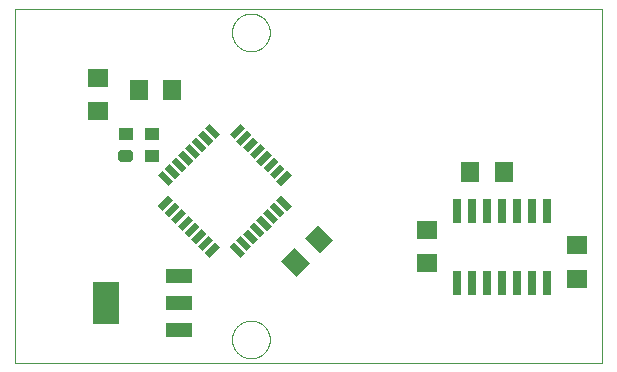
<source format=gtp>
G75*
%MOIN*%
%OFA0B0*%
%FSLAX25Y25*%
%IPPOS*%
%LPD*%
%AMOC8*
5,1,8,0,0,1.08239X$1,22.5*
%
%ADD10C,0.00000*%
%ADD11R,0.05000X0.02200*%
%ADD12R,0.02200X0.05000*%
%ADD13C,0.01969*%
%ADD14R,0.05118X0.03937*%
%ADD15R,0.06299X0.07087*%
%ADD16R,0.07087X0.06299*%
%ADD17R,0.08799X0.04799*%
%ADD18R,0.08661X0.14173*%
%ADD19R,0.02600X0.08000*%
%ADD20R,0.06299X0.07098*%
%ADD21R,0.07098X0.06299*%
D10*
X0012716Y0017082D02*
X0012716Y0135193D01*
X0208513Y0135193D01*
X0208513Y0017082D01*
X0139537Y0017082D01*
X0085157Y0024956D02*
X0085159Y0025114D01*
X0085165Y0025272D01*
X0085175Y0025430D01*
X0085189Y0025588D01*
X0085207Y0025745D01*
X0085228Y0025902D01*
X0085254Y0026058D01*
X0085284Y0026214D01*
X0085317Y0026369D01*
X0085355Y0026522D01*
X0085396Y0026675D01*
X0085441Y0026827D01*
X0085490Y0026978D01*
X0085543Y0027127D01*
X0085599Y0027275D01*
X0085659Y0027421D01*
X0085723Y0027566D01*
X0085791Y0027709D01*
X0085862Y0027851D01*
X0085936Y0027991D01*
X0086014Y0028128D01*
X0086096Y0028264D01*
X0086180Y0028398D01*
X0086269Y0028529D01*
X0086360Y0028658D01*
X0086455Y0028785D01*
X0086552Y0028910D01*
X0086653Y0029032D01*
X0086757Y0029151D01*
X0086864Y0029268D01*
X0086974Y0029382D01*
X0087087Y0029493D01*
X0087202Y0029602D01*
X0087320Y0029707D01*
X0087441Y0029809D01*
X0087564Y0029909D01*
X0087690Y0030005D01*
X0087818Y0030098D01*
X0087948Y0030188D01*
X0088081Y0030274D01*
X0088216Y0030358D01*
X0088352Y0030437D01*
X0088491Y0030514D01*
X0088632Y0030586D01*
X0088774Y0030656D01*
X0088918Y0030721D01*
X0089064Y0030783D01*
X0089211Y0030841D01*
X0089360Y0030896D01*
X0089510Y0030947D01*
X0089661Y0030994D01*
X0089813Y0031037D01*
X0089966Y0031076D01*
X0090121Y0031112D01*
X0090276Y0031143D01*
X0090432Y0031171D01*
X0090588Y0031195D01*
X0090745Y0031215D01*
X0090903Y0031231D01*
X0091060Y0031243D01*
X0091219Y0031251D01*
X0091377Y0031255D01*
X0091535Y0031255D01*
X0091693Y0031251D01*
X0091852Y0031243D01*
X0092009Y0031231D01*
X0092167Y0031215D01*
X0092324Y0031195D01*
X0092480Y0031171D01*
X0092636Y0031143D01*
X0092791Y0031112D01*
X0092946Y0031076D01*
X0093099Y0031037D01*
X0093251Y0030994D01*
X0093402Y0030947D01*
X0093552Y0030896D01*
X0093701Y0030841D01*
X0093848Y0030783D01*
X0093994Y0030721D01*
X0094138Y0030656D01*
X0094280Y0030586D01*
X0094421Y0030514D01*
X0094560Y0030437D01*
X0094696Y0030358D01*
X0094831Y0030274D01*
X0094964Y0030188D01*
X0095094Y0030098D01*
X0095222Y0030005D01*
X0095348Y0029909D01*
X0095471Y0029809D01*
X0095592Y0029707D01*
X0095710Y0029602D01*
X0095825Y0029493D01*
X0095938Y0029382D01*
X0096048Y0029268D01*
X0096155Y0029151D01*
X0096259Y0029032D01*
X0096360Y0028910D01*
X0096457Y0028785D01*
X0096552Y0028658D01*
X0096643Y0028529D01*
X0096732Y0028398D01*
X0096816Y0028264D01*
X0096898Y0028128D01*
X0096976Y0027991D01*
X0097050Y0027851D01*
X0097121Y0027709D01*
X0097189Y0027566D01*
X0097253Y0027421D01*
X0097313Y0027275D01*
X0097369Y0027127D01*
X0097422Y0026978D01*
X0097471Y0026827D01*
X0097516Y0026675D01*
X0097557Y0026522D01*
X0097595Y0026369D01*
X0097628Y0026214D01*
X0097658Y0026058D01*
X0097684Y0025902D01*
X0097705Y0025745D01*
X0097723Y0025588D01*
X0097737Y0025430D01*
X0097747Y0025272D01*
X0097753Y0025114D01*
X0097755Y0024956D01*
X0097753Y0024798D01*
X0097747Y0024640D01*
X0097737Y0024482D01*
X0097723Y0024324D01*
X0097705Y0024167D01*
X0097684Y0024010D01*
X0097658Y0023854D01*
X0097628Y0023698D01*
X0097595Y0023543D01*
X0097557Y0023390D01*
X0097516Y0023237D01*
X0097471Y0023085D01*
X0097422Y0022934D01*
X0097369Y0022785D01*
X0097313Y0022637D01*
X0097253Y0022491D01*
X0097189Y0022346D01*
X0097121Y0022203D01*
X0097050Y0022061D01*
X0096976Y0021921D01*
X0096898Y0021784D01*
X0096816Y0021648D01*
X0096732Y0021514D01*
X0096643Y0021383D01*
X0096552Y0021254D01*
X0096457Y0021127D01*
X0096360Y0021002D01*
X0096259Y0020880D01*
X0096155Y0020761D01*
X0096048Y0020644D01*
X0095938Y0020530D01*
X0095825Y0020419D01*
X0095710Y0020310D01*
X0095592Y0020205D01*
X0095471Y0020103D01*
X0095348Y0020003D01*
X0095222Y0019907D01*
X0095094Y0019814D01*
X0094964Y0019724D01*
X0094831Y0019638D01*
X0094696Y0019554D01*
X0094560Y0019475D01*
X0094421Y0019398D01*
X0094280Y0019326D01*
X0094138Y0019256D01*
X0093994Y0019191D01*
X0093848Y0019129D01*
X0093701Y0019071D01*
X0093552Y0019016D01*
X0093402Y0018965D01*
X0093251Y0018918D01*
X0093099Y0018875D01*
X0092946Y0018836D01*
X0092791Y0018800D01*
X0092636Y0018769D01*
X0092480Y0018741D01*
X0092324Y0018717D01*
X0092167Y0018697D01*
X0092009Y0018681D01*
X0091852Y0018669D01*
X0091693Y0018661D01*
X0091535Y0018657D01*
X0091377Y0018657D01*
X0091219Y0018661D01*
X0091060Y0018669D01*
X0090903Y0018681D01*
X0090745Y0018697D01*
X0090588Y0018717D01*
X0090432Y0018741D01*
X0090276Y0018769D01*
X0090121Y0018800D01*
X0089966Y0018836D01*
X0089813Y0018875D01*
X0089661Y0018918D01*
X0089510Y0018965D01*
X0089360Y0019016D01*
X0089211Y0019071D01*
X0089064Y0019129D01*
X0088918Y0019191D01*
X0088774Y0019256D01*
X0088632Y0019326D01*
X0088491Y0019398D01*
X0088352Y0019475D01*
X0088216Y0019554D01*
X0088081Y0019638D01*
X0087948Y0019724D01*
X0087818Y0019814D01*
X0087690Y0019907D01*
X0087564Y0020003D01*
X0087441Y0020103D01*
X0087320Y0020205D01*
X0087202Y0020310D01*
X0087087Y0020419D01*
X0086974Y0020530D01*
X0086864Y0020644D01*
X0086757Y0020761D01*
X0086653Y0020880D01*
X0086552Y0021002D01*
X0086455Y0021127D01*
X0086360Y0021254D01*
X0086269Y0021383D01*
X0086180Y0021514D01*
X0086096Y0021648D01*
X0086014Y0021784D01*
X0085936Y0021921D01*
X0085862Y0022061D01*
X0085791Y0022203D01*
X0085723Y0022346D01*
X0085659Y0022491D01*
X0085599Y0022637D01*
X0085543Y0022785D01*
X0085490Y0022934D01*
X0085441Y0023085D01*
X0085396Y0023237D01*
X0085355Y0023390D01*
X0085317Y0023543D01*
X0085284Y0023698D01*
X0085254Y0023854D01*
X0085228Y0024010D01*
X0085207Y0024167D01*
X0085189Y0024324D01*
X0085175Y0024482D01*
X0085165Y0024640D01*
X0085159Y0024798D01*
X0085157Y0024956D01*
X0012716Y0017082D02*
X0208513Y0017082D01*
X0085157Y0127319D02*
X0085159Y0127477D01*
X0085165Y0127635D01*
X0085175Y0127793D01*
X0085189Y0127951D01*
X0085207Y0128108D01*
X0085228Y0128265D01*
X0085254Y0128421D01*
X0085284Y0128577D01*
X0085317Y0128732D01*
X0085355Y0128885D01*
X0085396Y0129038D01*
X0085441Y0129190D01*
X0085490Y0129341D01*
X0085543Y0129490D01*
X0085599Y0129638D01*
X0085659Y0129784D01*
X0085723Y0129929D01*
X0085791Y0130072D01*
X0085862Y0130214D01*
X0085936Y0130354D01*
X0086014Y0130491D01*
X0086096Y0130627D01*
X0086180Y0130761D01*
X0086269Y0130892D01*
X0086360Y0131021D01*
X0086455Y0131148D01*
X0086552Y0131273D01*
X0086653Y0131395D01*
X0086757Y0131514D01*
X0086864Y0131631D01*
X0086974Y0131745D01*
X0087087Y0131856D01*
X0087202Y0131965D01*
X0087320Y0132070D01*
X0087441Y0132172D01*
X0087564Y0132272D01*
X0087690Y0132368D01*
X0087818Y0132461D01*
X0087948Y0132551D01*
X0088081Y0132637D01*
X0088216Y0132721D01*
X0088352Y0132800D01*
X0088491Y0132877D01*
X0088632Y0132949D01*
X0088774Y0133019D01*
X0088918Y0133084D01*
X0089064Y0133146D01*
X0089211Y0133204D01*
X0089360Y0133259D01*
X0089510Y0133310D01*
X0089661Y0133357D01*
X0089813Y0133400D01*
X0089966Y0133439D01*
X0090121Y0133475D01*
X0090276Y0133506D01*
X0090432Y0133534D01*
X0090588Y0133558D01*
X0090745Y0133578D01*
X0090903Y0133594D01*
X0091060Y0133606D01*
X0091219Y0133614D01*
X0091377Y0133618D01*
X0091535Y0133618D01*
X0091693Y0133614D01*
X0091852Y0133606D01*
X0092009Y0133594D01*
X0092167Y0133578D01*
X0092324Y0133558D01*
X0092480Y0133534D01*
X0092636Y0133506D01*
X0092791Y0133475D01*
X0092946Y0133439D01*
X0093099Y0133400D01*
X0093251Y0133357D01*
X0093402Y0133310D01*
X0093552Y0133259D01*
X0093701Y0133204D01*
X0093848Y0133146D01*
X0093994Y0133084D01*
X0094138Y0133019D01*
X0094280Y0132949D01*
X0094421Y0132877D01*
X0094560Y0132800D01*
X0094696Y0132721D01*
X0094831Y0132637D01*
X0094964Y0132551D01*
X0095094Y0132461D01*
X0095222Y0132368D01*
X0095348Y0132272D01*
X0095471Y0132172D01*
X0095592Y0132070D01*
X0095710Y0131965D01*
X0095825Y0131856D01*
X0095938Y0131745D01*
X0096048Y0131631D01*
X0096155Y0131514D01*
X0096259Y0131395D01*
X0096360Y0131273D01*
X0096457Y0131148D01*
X0096552Y0131021D01*
X0096643Y0130892D01*
X0096732Y0130761D01*
X0096816Y0130627D01*
X0096898Y0130491D01*
X0096976Y0130354D01*
X0097050Y0130214D01*
X0097121Y0130072D01*
X0097189Y0129929D01*
X0097253Y0129784D01*
X0097313Y0129638D01*
X0097369Y0129490D01*
X0097422Y0129341D01*
X0097471Y0129190D01*
X0097516Y0129038D01*
X0097557Y0128885D01*
X0097595Y0128732D01*
X0097628Y0128577D01*
X0097658Y0128421D01*
X0097684Y0128265D01*
X0097705Y0128108D01*
X0097723Y0127951D01*
X0097737Y0127793D01*
X0097747Y0127635D01*
X0097753Y0127477D01*
X0097755Y0127319D01*
X0097753Y0127161D01*
X0097747Y0127003D01*
X0097737Y0126845D01*
X0097723Y0126687D01*
X0097705Y0126530D01*
X0097684Y0126373D01*
X0097658Y0126217D01*
X0097628Y0126061D01*
X0097595Y0125906D01*
X0097557Y0125753D01*
X0097516Y0125600D01*
X0097471Y0125448D01*
X0097422Y0125297D01*
X0097369Y0125148D01*
X0097313Y0125000D01*
X0097253Y0124854D01*
X0097189Y0124709D01*
X0097121Y0124566D01*
X0097050Y0124424D01*
X0096976Y0124284D01*
X0096898Y0124147D01*
X0096816Y0124011D01*
X0096732Y0123877D01*
X0096643Y0123746D01*
X0096552Y0123617D01*
X0096457Y0123490D01*
X0096360Y0123365D01*
X0096259Y0123243D01*
X0096155Y0123124D01*
X0096048Y0123007D01*
X0095938Y0122893D01*
X0095825Y0122782D01*
X0095710Y0122673D01*
X0095592Y0122568D01*
X0095471Y0122466D01*
X0095348Y0122366D01*
X0095222Y0122270D01*
X0095094Y0122177D01*
X0094964Y0122087D01*
X0094831Y0122001D01*
X0094696Y0121917D01*
X0094560Y0121838D01*
X0094421Y0121761D01*
X0094280Y0121689D01*
X0094138Y0121619D01*
X0093994Y0121554D01*
X0093848Y0121492D01*
X0093701Y0121434D01*
X0093552Y0121379D01*
X0093402Y0121328D01*
X0093251Y0121281D01*
X0093099Y0121238D01*
X0092946Y0121199D01*
X0092791Y0121163D01*
X0092636Y0121132D01*
X0092480Y0121104D01*
X0092324Y0121080D01*
X0092167Y0121060D01*
X0092009Y0121044D01*
X0091852Y0121032D01*
X0091693Y0121024D01*
X0091535Y0121020D01*
X0091377Y0121020D01*
X0091219Y0121024D01*
X0091060Y0121032D01*
X0090903Y0121044D01*
X0090745Y0121060D01*
X0090588Y0121080D01*
X0090432Y0121104D01*
X0090276Y0121132D01*
X0090121Y0121163D01*
X0089966Y0121199D01*
X0089813Y0121238D01*
X0089661Y0121281D01*
X0089510Y0121328D01*
X0089360Y0121379D01*
X0089211Y0121434D01*
X0089064Y0121492D01*
X0088918Y0121554D01*
X0088774Y0121619D01*
X0088632Y0121689D01*
X0088491Y0121761D01*
X0088352Y0121838D01*
X0088216Y0121917D01*
X0088081Y0122001D01*
X0087948Y0122087D01*
X0087818Y0122177D01*
X0087690Y0122270D01*
X0087564Y0122366D01*
X0087441Y0122466D01*
X0087320Y0122568D01*
X0087202Y0122673D01*
X0087087Y0122782D01*
X0086974Y0122893D01*
X0086864Y0123007D01*
X0086757Y0123124D01*
X0086653Y0123243D01*
X0086552Y0123365D01*
X0086455Y0123490D01*
X0086360Y0123617D01*
X0086269Y0123746D01*
X0086180Y0123877D01*
X0086096Y0124011D01*
X0086014Y0124147D01*
X0085936Y0124284D01*
X0085862Y0124424D01*
X0085791Y0124566D01*
X0085723Y0124709D01*
X0085659Y0124854D01*
X0085599Y0125000D01*
X0085543Y0125148D01*
X0085490Y0125297D01*
X0085441Y0125448D01*
X0085396Y0125600D01*
X0085355Y0125753D01*
X0085317Y0125906D01*
X0085284Y0126061D01*
X0085254Y0126217D01*
X0085228Y0126373D01*
X0085207Y0126530D01*
X0085189Y0126687D01*
X0085175Y0126845D01*
X0085165Y0127003D01*
X0085159Y0127161D01*
X0085157Y0127319D01*
D11*
G36*
X0079550Y0091782D02*
X0076016Y0095316D01*
X0077572Y0096872D01*
X0081106Y0093338D01*
X0079550Y0091782D01*
G37*
G36*
X0077322Y0089555D02*
X0073788Y0093089D01*
X0075344Y0094645D01*
X0078878Y0091111D01*
X0077322Y0089555D01*
G37*
G36*
X0075095Y0087328D02*
X0071561Y0090862D01*
X0073117Y0092418D01*
X0076651Y0088884D01*
X0075095Y0087328D01*
G37*
G36*
X0072868Y0085101D02*
X0069334Y0088635D01*
X0070890Y0090191D01*
X0074424Y0086657D01*
X0072868Y0085101D01*
G37*
G36*
X0070641Y0082874D02*
X0067107Y0086408D01*
X0068663Y0087964D01*
X0072197Y0084430D01*
X0070641Y0082874D01*
G37*
G36*
X0068414Y0080647D02*
X0064880Y0084181D01*
X0066436Y0085737D01*
X0069970Y0082203D01*
X0068414Y0080647D01*
G37*
G36*
X0066187Y0078420D02*
X0062653Y0081954D01*
X0064209Y0083510D01*
X0067743Y0079976D01*
X0066187Y0078420D01*
G37*
G36*
X0063960Y0076193D02*
X0060426Y0079727D01*
X0061982Y0081283D01*
X0065516Y0077749D01*
X0063960Y0076193D01*
G37*
G36*
X0092314Y0056747D02*
X0088780Y0060281D01*
X0090336Y0061837D01*
X0093870Y0058303D01*
X0092314Y0056747D01*
G37*
G36*
X0090087Y0054520D02*
X0086553Y0058054D01*
X0088109Y0059610D01*
X0091643Y0056076D01*
X0090087Y0054520D01*
G37*
G36*
X0087860Y0052292D02*
X0084326Y0055826D01*
X0085882Y0057382D01*
X0089416Y0053848D01*
X0087860Y0052292D01*
G37*
G36*
X0094541Y0058974D02*
X0091007Y0062508D01*
X0092563Y0064064D01*
X0096097Y0060530D01*
X0094541Y0058974D01*
G37*
G36*
X0096768Y0061201D02*
X0093234Y0064735D01*
X0094790Y0066291D01*
X0098324Y0062757D01*
X0096768Y0061201D01*
G37*
G36*
X0098996Y0063428D02*
X0095462Y0066962D01*
X0097018Y0068518D01*
X0100552Y0064984D01*
X0098996Y0063428D01*
G37*
G36*
X0101223Y0065655D02*
X0097689Y0069189D01*
X0099245Y0070745D01*
X0102779Y0067211D01*
X0101223Y0065655D01*
G37*
G36*
X0103450Y0067882D02*
X0099916Y0071416D01*
X0101472Y0072972D01*
X0105006Y0069438D01*
X0103450Y0067882D01*
G37*
D12*
G36*
X0101472Y0076193D02*
X0099916Y0077749D01*
X0103450Y0081283D01*
X0105006Y0079727D01*
X0101472Y0076193D01*
G37*
G36*
X0099245Y0078420D02*
X0097689Y0079976D01*
X0101223Y0083510D01*
X0102779Y0081954D01*
X0099245Y0078420D01*
G37*
G36*
X0097018Y0080647D02*
X0095462Y0082203D01*
X0098996Y0085737D01*
X0100552Y0084181D01*
X0097018Y0080647D01*
G37*
G36*
X0094790Y0082874D02*
X0093234Y0084430D01*
X0096768Y0087964D01*
X0098324Y0086408D01*
X0094790Y0082874D01*
G37*
G36*
X0092563Y0085101D02*
X0091007Y0086657D01*
X0094541Y0090191D01*
X0096097Y0088635D01*
X0092563Y0085101D01*
G37*
G36*
X0090336Y0087328D02*
X0088780Y0088884D01*
X0092314Y0092418D01*
X0093870Y0090862D01*
X0090336Y0087328D01*
G37*
G36*
X0088109Y0089555D02*
X0086553Y0091111D01*
X0090087Y0094645D01*
X0091643Y0093089D01*
X0088109Y0089555D01*
G37*
G36*
X0085882Y0091782D02*
X0084326Y0093338D01*
X0087860Y0096872D01*
X0089416Y0095316D01*
X0085882Y0091782D01*
G37*
G36*
X0061982Y0067882D02*
X0060426Y0069438D01*
X0063960Y0072972D01*
X0065516Y0071416D01*
X0061982Y0067882D01*
G37*
G36*
X0064209Y0065655D02*
X0062653Y0067211D01*
X0066187Y0070745D01*
X0067743Y0069189D01*
X0064209Y0065655D01*
G37*
G36*
X0066436Y0063428D02*
X0064880Y0064984D01*
X0068414Y0068518D01*
X0069970Y0066962D01*
X0066436Y0063428D01*
G37*
G36*
X0068663Y0061201D02*
X0067107Y0062757D01*
X0070641Y0066291D01*
X0072197Y0064735D01*
X0068663Y0061201D01*
G37*
G36*
X0070890Y0058974D02*
X0069334Y0060530D01*
X0072868Y0064064D01*
X0074424Y0062508D01*
X0070890Y0058974D01*
G37*
G36*
X0073117Y0056747D02*
X0071561Y0058303D01*
X0075095Y0061837D01*
X0076651Y0060281D01*
X0073117Y0056747D01*
G37*
G36*
X0075344Y0054520D02*
X0073788Y0056076D01*
X0077322Y0059610D01*
X0078878Y0058054D01*
X0075344Y0054520D01*
G37*
G36*
X0077572Y0052292D02*
X0076016Y0053848D01*
X0079550Y0057382D01*
X0081106Y0055826D01*
X0077572Y0052292D01*
G37*
D13*
X0051240Y0085291D02*
X0048090Y0085291D01*
X0048090Y0087259D01*
X0051240Y0087259D01*
X0051240Y0085291D01*
X0051240Y0087259D02*
X0048090Y0087259D01*
D14*
X0049665Y0093362D03*
X0058326Y0093362D03*
X0058326Y0086275D03*
D15*
X0054113Y0108165D03*
X0065137Y0108165D03*
G36*
X0109382Y0058758D02*
X0113835Y0063211D01*
X0118844Y0058202D01*
X0114391Y0053749D01*
X0109382Y0058758D01*
G37*
G36*
X0101587Y0050963D02*
X0106040Y0055416D01*
X0111049Y0050407D01*
X0106596Y0045954D01*
X0101587Y0050963D01*
G37*
D16*
X0150216Y0050321D03*
X0150216Y0061344D03*
X0040629Y0100980D03*
X0040629Y0112004D03*
D17*
X0067417Y0046181D03*
X0067417Y0037082D03*
X0067417Y0027984D03*
D18*
X0043015Y0037082D03*
D19*
X0160216Y0043732D03*
X0165216Y0043732D03*
X0170216Y0043732D03*
X0175216Y0043732D03*
X0180216Y0043732D03*
X0185216Y0043732D03*
X0190216Y0043732D03*
X0190216Y0067932D03*
X0185216Y0067932D03*
X0180216Y0067932D03*
X0175216Y0067932D03*
X0170216Y0067932D03*
X0165216Y0067932D03*
X0160216Y0067932D03*
D20*
X0164617Y0080832D03*
X0175814Y0080832D03*
D21*
X0200216Y0056431D03*
X0200216Y0045234D03*
M02*

</source>
